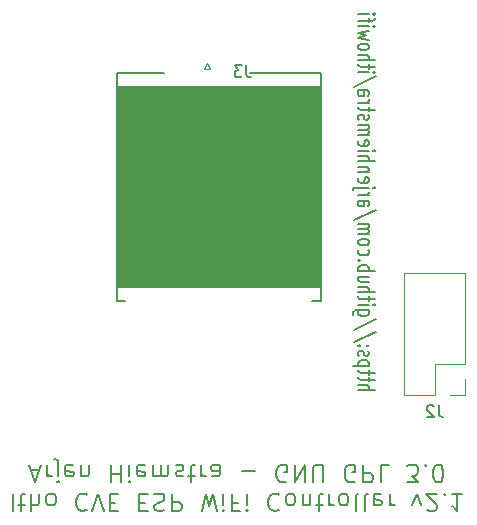
<source format=gbo>
G04 #@! TF.GenerationSoftware,KiCad,Pcbnew,(5.1.5-0-10_14)*
G04 #@! TF.CreationDate,2020-12-13T17:31:02+01:00*
G04 #@! TF.ProjectId,ithowifi,6974686f-7769-4666-992e-6b696361645f,rev?*
G04 #@! TF.SameCoordinates,Original*
G04 #@! TF.FileFunction,Legend,Bot*
G04 #@! TF.FilePolarity,Positive*
%FSLAX46Y46*%
G04 Gerber Fmt 4.6, Leading zero omitted, Abs format (unit mm)*
G04 Created by KiCad (PCBNEW (5.1.5-0-10_14)) date 2020-12-13 17:31:02*
%MOMM*%
%LPD*%
G04 APERTURE LIST*
%ADD10C,0.100000*%
%ADD11C,0.200000*%
%ADD12C,0.120000*%
%ADD13C,0.150000*%
G04 APERTURE END LIST*
D10*
G36*
X111125000Y-129997200D02*
G01*
X93878400Y-129997200D01*
X93853000Y-113030000D01*
X111125000Y-113030000D01*
X111125000Y-129997200D01*
G37*
X111125000Y-129997200D02*
X93878400Y-129997200D01*
X93853000Y-113030000D01*
X111125000Y-113030000D01*
X111125000Y-129997200D01*
D11*
X114301666Y-138762971D02*
X115701666Y-138762971D01*
X114301666Y-138334400D02*
X115035000Y-138334400D01*
X115168333Y-138382019D01*
X115235000Y-138477257D01*
X115235000Y-138620114D01*
X115168333Y-138715352D01*
X115101666Y-138762971D01*
X115235000Y-138001066D02*
X115235000Y-137620114D01*
X115701666Y-137858209D02*
X114501666Y-137858209D01*
X114368333Y-137810590D01*
X114301666Y-137715352D01*
X114301666Y-137620114D01*
X115235000Y-137429638D02*
X115235000Y-137048685D01*
X115701666Y-137286780D02*
X114501666Y-137286780D01*
X114368333Y-137239161D01*
X114301666Y-137143923D01*
X114301666Y-137048685D01*
X115235000Y-136715352D02*
X113835000Y-136715352D01*
X115168333Y-136715352D02*
X115235000Y-136620114D01*
X115235000Y-136429638D01*
X115168333Y-136334400D01*
X115101666Y-136286780D01*
X114968333Y-136239161D01*
X114568333Y-136239161D01*
X114435000Y-136286780D01*
X114368333Y-136334400D01*
X114301666Y-136429638D01*
X114301666Y-136620114D01*
X114368333Y-136715352D01*
X114368333Y-135858209D02*
X114301666Y-135762971D01*
X114301666Y-135572495D01*
X114368333Y-135477257D01*
X114501666Y-135429638D01*
X114568333Y-135429638D01*
X114701666Y-135477257D01*
X114768333Y-135572495D01*
X114768333Y-135715352D01*
X114835000Y-135810590D01*
X114968333Y-135858209D01*
X115035000Y-135858209D01*
X115168333Y-135810590D01*
X115235000Y-135715352D01*
X115235000Y-135572495D01*
X115168333Y-135477257D01*
X114435000Y-135001066D02*
X114368333Y-134953447D01*
X114301666Y-135001066D01*
X114368333Y-135048685D01*
X114435000Y-135001066D01*
X114301666Y-135001066D01*
X115168333Y-135001066D02*
X115101666Y-134953447D01*
X115035000Y-135001066D01*
X115101666Y-135048685D01*
X115168333Y-135001066D01*
X115035000Y-135001066D01*
X115768333Y-133810590D02*
X113968333Y-134667733D01*
X115768333Y-132762971D02*
X113968333Y-133620114D01*
X115235000Y-132001066D02*
X114101666Y-132001066D01*
X113968333Y-132048685D01*
X113901666Y-132096304D01*
X113835000Y-132191542D01*
X113835000Y-132334400D01*
X113901666Y-132429638D01*
X114368333Y-132001066D02*
X114301666Y-132096304D01*
X114301666Y-132286780D01*
X114368333Y-132382019D01*
X114435000Y-132429638D01*
X114568333Y-132477257D01*
X114968333Y-132477257D01*
X115101666Y-132429638D01*
X115168333Y-132382019D01*
X115235000Y-132286780D01*
X115235000Y-132096304D01*
X115168333Y-132001066D01*
X114301666Y-131524876D02*
X115235000Y-131524876D01*
X115701666Y-131524876D02*
X115635000Y-131572495D01*
X115568333Y-131524876D01*
X115635000Y-131477257D01*
X115701666Y-131524876D01*
X115568333Y-131524876D01*
X115235000Y-131191542D02*
X115235000Y-130810590D01*
X115701666Y-131048685D02*
X114501666Y-131048685D01*
X114368333Y-131001066D01*
X114301666Y-130905828D01*
X114301666Y-130810590D01*
X114301666Y-130477257D02*
X115701666Y-130477257D01*
X114301666Y-130048685D02*
X115035000Y-130048685D01*
X115168333Y-130096304D01*
X115235000Y-130191542D01*
X115235000Y-130334400D01*
X115168333Y-130429638D01*
X115101666Y-130477257D01*
X115235000Y-129143923D02*
X114301666Y-129143923D01*
X115235000Y-129572495D02*
X114501666Y-129572495D01*
X114368333Y-129524876D01*
X114301666Y-129429638D01*
X114301666Y-129286780D01*
X114368333Y-129191542D01*
X114435000Y-129143923D01*
X114301666Y-128667733D02*
X115701666Y-128667733D01*
X115168333Y-128667733D02*
X115235000Y-128572495D01*
X115235000Y-128382019D01*
X115168333Y-128286780D01*
X115101666Y-128239161D01*
X114968333Y-128191542D01*
X114568333Y-128191542D01*
X114435000Y-128239161D01*
X114368333Y-128286780D01*
X114301666Y-128382019D01*
X114301666Y-128572495D01*
X114368333Y-128667733D01*
X114435000Y-127762971D02*
X114368333Y-127715352D01*
X114301666Y-127762971D01*
X114368333Y-127810590D01*
X114435000Y-127762971D01*
X114301666Y-127762971D01*
X114368333Y-126858209D02*
X114301666Y-126953447D01*
X114301666Y-127143923D01*
X114368333Y-127239161D01*
X114435000Y-127286780D01*
X114568333Y-127334400D01*
X114968333Y-127334400D01*
X115101666Y-127286780D01*
X115168333Y-127239161D01*
X115235000Y-127143923D01*
X115235000Y-126953447D01*
X115168333Y-126858209D01*
X114301666Y-126286780D02*
X114368333Y-126382019D01*
X114435000Y-126429638D01*
X114568333Y-126477257D01*
X114968333Y-126477257D01*
X115101666Y-126429638D01*
X115168333Y-126382019D01*
X115235000Y-126286780D01*
X115235000Y-126143923D01*
X115168333Y-126048685D01*
X115101666Y-126001066D01*
X114968333Y-125953447D01*
X114568333Y-125953447D01*
X114435000Y-126001066D01*
X114368333Y-126048685D01*
X114301666Y-126143923D01*
X114301666Y-126286780D01*
X114301666Y-125524876D02*
X115235000Y-125524876D01*
X115101666Y-125524876D02*
X115168333Y-125477257D01*
X115235000Y-125382019D01*
X115235000Y-125239161D01*
X115168333Y-125143923D01*
X115035000Y-125096304D01*
X114301666Y-125096304D01*
X115035000Y-125096304D02*
X115168333Y-125048685D01*
X115235000Y-124953447D01*
X115235000Y-124810590D01*
X115168333Y-124715352D01*
X115035000Y-124667733D01*
X114301666Y-124667733D01*
X115768333Y-123477257D02*
X113968333Y-124334400D01*
X114301666Y-122715352D02*
X115035000Y-122715352D01*
X115168333Y-122762971D01*
X115235000Y-122858209D01*
X115235000Y-123048685D01*
X115168333Y-123143923D01*
X114368333Y-122715352D02*
X114301666Y-122810590D01*
X114301666Y-123048685D01*
X114368333Y-123143923D01*
X114501666Y-123191542D01*
X114635000Y-123191542D01*
X114768333Y-123143923D01*
X114835000Y-123048685D01*
X114835000Y-122810590D01*
X114901666Y-122715352D01*
X114301666Y-122239161D02*
X115235000Y-122239161D01*
X114968333Y-122239161D02*
X115101666Y-122191542D01*
X115168333Y-122143923D01*
X115235000Y-122048685D01*
X115235000Y-121953447D01*
X115235000Y-121620114D02*
X114035000Y-121620114D01*
X113901666Y-121667733D01*
X113835000Y-121762971D01*
X113835000Y-121810590D01*
X115701666Y-121620114D02*
X115635000Y-121667733D01*
X115568333Y-121620114D01*
X115635000Y-121572495D01*
X115701666Y-121620114D01*
X115568333Y-121620114D01*
X114368333Y-120762971D02*
X114301666Y-120858209D01*
X114301666Y-121048685D01*
X114368333Y-121143923D01*
X114501666Y-121191542D01*
X115035000Y-121191542D01*
X115168333Y-121143923D01*
X115235000Y-121048685D01*
X115235000Y-120858209D01*
X115168333Y-120762971D01*
X115035000Y-120715352D01*
X114901666Y-120715352D01*
X114768333Y-121191542D01*
X115235000Y-120286780D02*
X114301666Y-120286780D01*
X115101666Y-120286780D02*
X115168333Y-120239161D01*
X115235000Y-120143923D01*
X115235000Y-120001066D01*
X115168333Y-119905828D01*
X115035000Y-119858209D01*
X114301666Y-119858209D01*
X114301666Y-119382019D02*
X115701666Y-119382019D01*
X114301666Y-118953447D02*
X115035000Y-118953447D01*
X115168333Y-119001066D01*
X115235000Y-119096304D01*
X115235000Y-119239161D01*
X115168333Y-119334400D01*
X115101666Y-119382019D01*
X114301666Y-118477257D02*
X115235000Y-118477257D01*
X115701666Y-118477257D02*
X115635000Y-118524876D01*
X115568333Y-118477257D01*
X115635000Y-118429638D01*
X115701666Y-118477257D01*
X115568333Y-118477257D01*
X114368333Y-117620114D02*
X114301666Y-117715352D01*
X114301666Y-117905828D01*
X114368333Y-118001066D01*
X114501666Y-118048685D01*
X115035000Y-118048685D01*
X115168333Y-118001066D01*
X115235000Y-117905828D01*
X115235000Y-117715352D01*
X115168333Y-117620114D01*
X115035000Y-117572495D01*
X114901666Y-117572495D01*
X114768333Y-118048685D01*
X114301666Y-117143923D02*
X115235000Y-117143923D01*
X115101666Y-117143923D02*
X115168333Y-117096304D01*
X115235000Y-117001066D01*
X115235000Y-116858209D01*
X115168333Y-116762971D01*
X115035000Y-116715352D01*
X114301666Y-116715352D01*
X115035000Y-116715352D02*
X115168333Y-116667733D01*
X115235000Y-116572495D01*
X115235000Y-116429638D01*
X115168333Y-116334400D01*
X115035000Y-116286780D01*
X114301666Y-116286780D01*
X114368333Y-115858209D02*
X114301666Y-115762971D01*
X114301666Y-115572495D01*
X114368333Y-115477257D01*
X114501666Y-115429638D01*
X114568333Y-115429638D01*
X114701666Y-115477257D01*
X114768333Y-115572495D01*
X114768333Y-115715352D01*
X114835000Y-115810590D01*
X114968333Y-115858209D01*
X115035000Y-115858209D01*
X115168333Y-115810590D01*
X115235000Y-115715352D01*
X115235000Y-115572495D01*
X115168333Y-115477257D01*
X115235000Y-115143923D02*
X115235000Y-114762971D01*
X115701666Y-115001066D02*
X114501666Y-115001066D01*
X114368333Y-114953447D01*
X114301666Y-114858209D01*
X114301666Y-114762971D01*
X114301666Y-114429638D02*
X115235000Y-114429638D01*
X114968333Y-114429638D02*
X115101666Y-114382019D01*
X115168333Y-114334400D01*
X115235000Y-114239161D01*
X115235000Y-114143923D01*
X114301666Y-113382019D02*
X115035000Y-113382019D01*
X115168333Y-113429638D01*
X115235000Y-113524876D01*
X115235000Y-113715352D01*
X115168333Y-113810590D01*
X114368333Y-113382019D02*
X114301666Y-113477257D01*
X114301666Y-113715352D01*
X114368333Y-113810590D01*
X114501666Y-113858209D01*
X114635000Y-113858209D01*
X114768333Y-113810590D01*
X114835000Y-113715352D01*
X114835000Y-113477257D01*
X114901666Y-113382019D01*
X115768333Y-112191542D02*
X113968333Y-113048685D01*
X114301666Y-111858209D02*
X115235000Y-111858209D01*
X115701666Y-111858209D02*
X115635000Y-111905828D01*
X115568333Y-111858209D01*
X115635000Y-111810590D01*
X115701666Y-111858209D01*
X115568333Y-111858209D01*
X115235000Y-111524876D02*
X115235000Y-111143923D01*
X115701666Y-111382019D02*
X114501666Y-111382019D01*
X114368333Y-111334400D01*
X114301666Y-111239161D01*
X114301666Y-111143923D01*
X114301666Y-110810590D02*
X115701666Y-110810590D01*
X114301666Y-110382019D02*
X115035000Y-110382019D01*
X115168333Y-110429638D01*
X115235000Y-110524876D01*
X115235000Y-110667733D01*
X115168333Y-110762971D01*
X115101666Y-110810590D01*
X114301666Y-109762971D02*
X114368333Y-109858209D01*
X114435000Y-109905828D01*
X114568333Y-109953447D01*
X114968333Y-109953447D01*
X115101666Y-109905828D01*
X115168333Y-109858209D01*
X115235000Y-109762971D01*
X115235000Y-109620114D01*
X115168333Y-109524876D01*
X115101666Y-109477257D01*
X114968333Y-109429638D01*
X114568333Y-109429638D01*
X114435000Y-109477257D01*
X114368333Y-109524876D01*
X114301666Y-109620114D01*
X114301666Y-109762971D01*
X115235000Y-109096304D02*
X114301666Y-108905828D01*
X114968333Y-108715352D01*
X114301666Y-108524876D01*
X115235000Y-108334400D01*
X114301666Y-107953447D02*
X115235000Y-107953447D01*
X115701666Y-107953447D02*
X115635000Y-108001066D01*
X115568333Y-107953447D01*
X115635000Y-107905828D01*
X115701666Y-107953447D01*
X115568333Y-107953447D01*
X115235000Y-107620114D02*
X115235000Y-107239161D01*
X114301666Y-107477257D02*
X115501666Y-107477257D01*
X115635000Y-107429638D01*
X115701666Y-107334400D01*
X115701666Y-107239161D01*
X114301666Y-106905828D02*
X115235000Y-106905828D01*
X115701666Y-106905828D02*
X115635000Y-106953447D01*
X115568333Y-106905828D01*
X115635000Y-106858209D01*
X115701666Y-106905828D01*
X115568333Y-106905828D01*
X85038400Y-147510828D02*
X85038400Y-149010828D01*
X85538400Y-148510828D02*
X86109828Y-148510828D01*
X85752685Y-149010828D02*
X85752685Y-147725114D01*
X85824114Y-147582257D01*
X85966971Y-147510828D01*
X86109828Y-147510828D01*
X86609828Y-147510828D02*
X86609828Y-149010828D01*
X87252685Y-147510828D02*
X87252685Y-148296542D01*
X87181257Y-148439400D01*
X87038400Y-148510828D01*
X86824114Y-148510828D01*
X86681257Y-148439400D01*
X86609828Y-148367971D01*
X88181257Y-147510828D02*
X88038400Y-147582257D01*
X87966971Y-147653685D01*
X87895542Y-147796542D01*
X87895542Y-148225114D01*
X87966971Y-148367971D01*
X88038400Y-148439400D01*
X88181257Y-148510828D01*
X88395542Y-148510828D01*
X88538400Y-148439400D01*
X88609828Y-148367971D01*
X88681257Y-148225114D01*
X88681257Y-147796542D01*
X88609828Y-147653685D01*
X88538400Y-147582257D01*
X88395542Y-147510828D01*
X88181257Y-147510828D01*
X91324114Y-147653685D02*
X91252685Y-147582257D01*
X91038400Y-147510828D01*
X90895542Y-147510828D01*
X90681257Y-147582257D01*
X90538400Y-147725114D01*
X90466971Y-147867971D01*
X90395542Y-148153685D01*
X90395542Y-148367971D01*
X90466971Y-148653685D01*
X90538400Y-148796542D01*
X90681257Y-148939400D01*
X90895542Y-149010828D01*
X91038400Y-149010828D01*
X91252685Y-148939400D01*
X91324114Y-148867971D01*
X91752685Y-149010828D02*
X92252685Y-147510828D01*
X92752685Y-149010828D01*
X93252685Y-148296542D02*
X93752685Y-148296542D01*
X93966971Y-147510828D02*
X93252685Y-147510828D01*
X93252685Y-149010828D01*
X93966971Y-149010828D01*
X95752685Y-148296542D02*
X96252685Y-148296542D01*
X96466971Y-147510828D02*
X95752685Y-147510828D01*
X95752685Y-149010828D01*
X96466971Y-149010828D01*
X97038400Y-147582257D02*
X97252685Y-147510828D01*
X97609828Y-147510828D01*
X97752685Y-147582257D01*
X97824114Y-147653685D01*
X97895542Y-147796542D01*
X97895542Y-147939400D01*
X97824114Y-148082257D01*
X97752685Y-148153685D01*
X97609828Y-148225114D01*
X97324114Y-148296542D01*
X97181257Y-148367971D01*
X97109828Y-148439400D01*
X97038400Y-148582257D01*
X97038400Y-148725114D01*
X97109828Y-148867971D01*
X97181257Y-148939400D01*
X97324114Y-149010828D01*
X97681257Y-149010828D01*
X97895542Y-148939400D01*
X98538400Y-147510828D02*
X98538400Y-149010828D01*
X99109828Y-149010828D01*
X99252685Y-148939400D01*
X99324114Y-148867971D01*
X99395542Y-148725114D01*
X99395542Y-148510828D01*
X99324114Y-148367971D01*
X99252685Y-148296542D01*
X99109828Y-148225114D01*
X98538400Y-148225114D01*
X101038400Y-149010828D02*
X101395542Y-147510828D01*
X101681257Y-148582257D01*
X101966971Y-147510828D01*
X102324114Y-149010828D01*
X102895542Y-147510828D02*
X102895542Y-148510828D01*
X102895542Y-149010828D02*
X102824114Y-148939400D01*
X102895542Y-148867971D01*
X102966971Y-148939400D01*
X102895542Y-149010828D01*
X102895542Y-148867971D01*
X104109828Y-148296542D02*
X103609828Y-148296542D01*
X103609828Y-147510828D02*
X103609828Y-149010828D01*
X104324114Y-149010828D01*
X104895542Y-147510828D02*
X104895542Y-148510828D01*
X104895542Y-149010828D02*
X104824114Y-148939400D01*
X104895542Y-148867971D01*
X104966971Y-148939400D01*
X104895542Y-149010828D01*
X104895542Y-148867971D01*
X107609828Y-147653685D02*
X107538400Y-147582257D01*
X107324114Y-147510828D01*
X107181257Y-147510828D01*
X106966971Y-147582257D01*
X106824114Y-147725114D01*
X106752685Y-147867971D01*
X106681257Y-148153685D01*
X106681257Y-148367971D01*
X106752685Y-148653685D01*
X106824114Y-148796542D01*
X106966971Y-148939400D01*
X107181257Y-149010828D01*
X107324114Y-149010828D01*
X107538400Y-148939400D01*
X107609828Y-148867971D01*
X108466971Y-147510828D02*
X108324114Y-147582257D01*
X108252685Y-147653685D01*
X108181257Y-147796542D01*
X108181257Y-148225114D01*
X108252685Y-148367971D01*
X108324114Y-148439400D01*
X108466971Y-148510828D01*
X108681257Y-148510828D01*
X108824114Y-148439400D01*
X108895542Y-148367971D01*
X108966971Y-148225114D01*
X108966971Y-147796542D01*
X108895542Y-147653685D01*
X108824114Y-147582257D01*
X108681257Y-147510828D01*
X108466971Y-147510828D01*
X109609828Y-148510828D02*
X109609828Y-147510828D01*
X109609828Y-148367971D02*
X109681257Y-148439400D01*
X109824114Y-148510828D01*
X110038400Y-148510828D01*
X110181257Y-148439400D01*
X110252685Y-148296542D01*
X110252685Y-147510828D01*
X110752685Y-148510828D02*
X111324114Y-148510828D01*
X110966971Y-149010828D02*
X110966971Y-147725114D01*
X111038400Y-147582257D01*
X111181257Y-147510828D01*
X111324114Y-147510828D01*
X111824114Y-147510828D02*
X111824114Y-148510828D01*
X111824114Y-148225114D02*
X111895542Y-148367971D01*
X111966971Y-148439400D01*
X112109828Y-148510828D01*
X112252685Y-148510828D01*
X112966971Y-147510828D02*
X112824114Y-147582257D01*
X112752685Y-147653685D01*
X112681257Y-147796542D01*
X112681257Y-148225114D01*
X112752685Y-148367971D01*
X112824114Y-148439400D01*
X112966971Y-148510828D01*
X113181257Y-148510828D01*
X113324114Y-148439400D01*
X113395542Y-148367971D01*
X113466971Y-148225114D01*
X113466971Y-147796542D01*
X113395542Y-147653685D01*
X113324114Y-147582257D01*
X113181257Y-147510828D01*
X112966971Y-147510828D01*
X114324114Y-147510828D02*
X114181257Y-147582257D01*
X114109828Y-147725114D01*
X114109828Y-149010828D01*
X115109828Y-147510828D02*
X114966971Y-147582257D01*
X114895542Y-147725114D01*
X114895542Y-149010828D01*
X116252685Y-147582257D02*
X116109828Y-147510828D01*
X115824114Y-147510828D01*
X115681257Y-147582257D01*
X115609828Y-147725114D01*
X115609828Y-148296542D01*
X115681257Y-148439400D01*
X115824114Y-148510828D01*
X116109828Y-148510828D01*
X116252685Y-148439400D01*
X116324114Y-148296542D01*
X116324114Y-148153685D01*
X115609828Y-148010828D01*
X116966971Y-147510828D02*
X116966971Y-148510828D01*
X116966971Y-148225114D02*
X117038400Y-148367971D01*
X117109828Y-148439400D01*
X117252685Y-148510828D01*
X117395542Y-148510828D01*
X118895542Y-148510828D02*
X119252685Y-147510828D01*
X119609828Y-148510828D01*
X120109828Y-148867971D02*
X120181257Y-148939400D01*
X120324114Y-149010828D01*
X120681257Y-149010828D01*
X120824114Y-148939400D01*
X120895542Y-148867971D01*
X120966971Y-148725114D01*
X120966971Y-148582257D01*
X120895542Y-148367971D01*
X120038400Y-147510828D01*
X120966971Y-147510828D01*
X121609828Y-147653685D02*
X121681257Y-147582257D01*
X121609828Y-147510828D01*
X121538400Y-147582257D01*
X121609828Y-147653685D01*
X121609828Y-147510828D01*
X123109828Y-147510828D02*
X122252685Y-147510828D01*
X122681257Y-147510828D02*
X122681257Y-149010828D01*
X122538400Y-148796542D01*
X122395542Y-148653685D01*
X122252685Y-148582257D01*
X86574114Y-145489400D02*
X87288400Y-145489400D01*
X86431257Y-145060828D02*
X86931257Y-146560828D01*
X87431257Y-145060828D01*
X87931257Y-145060828D02*
X87931257Y-146060828D01*
X87931257Y-145775114D02*
X88002685Y-145917971D01*
X88074114Y-145989400D01*
X88216971Y-146060828D01*
X88359828Y-146060828D01*
X88859828Y-146060828D02*
X88859828Y-144775114D01*
X88788400Y-144632257D01*
X88645542Y-144560828D01*
X88574114Y-144560828D01*
X88859828Y-146560828D02*
X88788400Y-146489400D01*
X88859828Y-146417971D01*
X88931257Y-146489400D01*
X88859828Y-146560828D01*
X88859828Y-146417971D01*
X90145542Y-145132257D02*
X90002685Y-145060828D01*
X89716971Y-145060828D01*
X89574114Y-145132257D01*
X89502685Y-145275114D01*
X89502685Y-145846542D01*
X89574114Y-145989400D01*
X89716971Y-146060828D01*
X90002685Y-146060828D01*
X90145542Y-145989400D01*
X90216971Y-145846542D01*
X90216971Y-145703685D01*
X89502685Y-145560828D01*
X90859828Y-146060828D02*
X90859828Y-145060828D01*
X90859828Y-145917971D02*
X90931257Y-145989400D01*
X91074114Y-146060828D01*
X91288400Y-146060828D01*
X91431257Y-145989400D01*
X91502685Y-145846542D01*
X91502685Y-145060828D01*
X93359828Y-145060828D02*
X93359828Y-146560828D01*
X93359828Y-145846542D02*
X94216971Y-145846542D01*
X94216971Y-145060828D02*
X94216971Y-146560828D01*
X94931257Y-145060828D02*
X94931257Y-146060828D01*
X94931257Y-146560828D02*
X94859828Y-146489400D01*
X94931257Y-146417971D01*
X95002685Y-146489400D01*
X94931257Y-146560828D01*
X94931257Y-146417971D01*
X96216971Y-145132257D02*
X96074114Y-145060828D01*
X95788400Y-145060828D01*
X95645542Y-145132257D01*
X95574114Y-145275114D01*
X95574114Y-145846542D01*
X95645542Y-145989400D01*
X95788400Y-146060828D01*
X96074114Y-146060828D01*
X96216971Y-145989400D01*
X96288400Y-145846542D01*
X96288400Y-145703685D01*
X95574114Y-145560828D01*
X96931257Y-145060828D02*
X96931257Y-146060828D01*
X96931257Y-145917971D02*
X97002685Y-145989400D01*
X97145542Y-146060828D01*
X97359828Y-146060828D01*
X97502685Y-145989400D01*
X97574114Y-145846542D01*
X97574114Y-145060828D01*
X97574114Y-145846542D02*
X97645542Y-145989400D01*
X97788400Y-146060828D01*
X98002685Y-146060828D01*
X98145542Y-145989400D01*
X98216971Y-145846542D01*
X98216971Y-145060828D01*
X98859828Y-145132257D02*
X99002685Y-145060828D01*
X99288400Y-145060828D01*
X99431257Y-145132257D01*
X99502685Y-145275114D01*
X99502685Y-145346542D01*
X99431257Y-145489400D01*
X99288400Y-145560828D01*
X99074114Y-145560828D01*
X98931257Y-145632257D01*
X98859828Y-145775114D01*
X98859828Y-145846542D01*
X98931257Y-145989400D01*
X99074114Y-146060828D01*
X99288400Y-146060828D01*
X99431257Y-145989400D01*
X99931257Y-146060828D02*
X100502685Y-146060828D01*
X100145542Y-146560828D02*
X100145542Y-145275114D01*
X100216971Y-145132257D01*
X100359828Y-145060828D01*
X100502685Y-145060828D01*
X101002685Y-145060828D02*
X101002685Y-146060828D01*
X101002685Y-145775114D02*
X101074114Y-145917971D01*
X101145542Y-145989400D01*
X101288400Y-146060828D01*
X101431257Y-146060828D01*
X102574114Y-145060828D02*
X102574114Y-145846542D01*
X102502685Y-145989400D01*
X102359828Y-146060828D01*
X102074114Y-146060828D01*
X101931257Y-145989400D01*
X102574114Y-145132257D02*
X102431257Y-145060828D01*
X102074114Y-145060828D01*
X101931257Y-145132257D01*
X101859828Y-145275114D01*
X101859828Y-145417971D01*
X101931257Y-145560828D01*
X102074114Y-145632257D01*
X102431257Y-145632257D01*
X102574114Y-145703685D01*
X104431257Y-145632257D02*
X105574114Y-145632257D01*
X108216971Y-146489400D02*
X108074114Y-146560828D01*
X107859828Y-146560828D01*
X107645542Y-146489400D01*
X107502685Y-146346542D01*
X107431257Y-146203685D01*
X107359828Y-145917971D01*
X107359828Y-145703685D01*
X107431257Y-145417971D01*
X107502685Y-145275114D01*
X107645542Y-145132257D01*
X107859828Y-145060828D01*
X108002685Y-145060828D01*
X108216971Y-145132257D01*
X108288400Y-145203685D01*
X108288400Y-145703685D01*
X108002685Y-145703685D01*
X108931257Y-145060828D02*
X108931257Y-146560828D01*
X109788400Y-145060828D01*
X109788400Y-146560828D01*
X110502685Y-146560828D02*
X110502685Y-145346542D01*
X110574114Y-145203685D01*
X110645542Y-145132257D01*
X110788400Y-145060828D01*
X111074114Y-145060828D01*
X111216971Y-145132257D01*
X111288400Y-145203685D01*
X111359828Y-145346542D01*
X111359828Y-146560828D01*
X114002685Y-146489400D02*
X113859828Y-146560828D01*
X113645542Y-146560828D01*
X113431257Y-146489400D01*
X113288400Y-146346542D01*
X113216971Y-146203685D01*
X113145542Y-145917971D01*
X113145542Y-145703685D01*
X113216971Y-145417971D01*
X113288400Y-145275114D01*
X113431257Y-145132257D01*
X113645542Y-145060828D01*
X113788400Y-145060828D01*
X114002685Y-145132257D01*
X114074114Y-145203685D01*
X114074114Y-145703685D01*
X113788400Y-145703685D01*
X114716971Y-145060828D02*
X114716971Y-146560828D01*
X115288400Y-146560828D01*
X115431257Y-146489400D01*
X115502685Y-146417971D01*
X115574114Y-146275114D01*
X115574114Y-146060828D01*
X115502685Y-145917971D01*
X115431257Y-145846542D01*
X115288400Y-145775114D01*
X114716971Y-145775114D01*
X116931257Y-145060828D02*
X116216971Y-145060828D01*
X116216971Y-146560828D01*
X118431257Y-146560828D02*
X119359828Y-146560828D01*
X118859828Y-145989400D01*
X119074114Y-145989400D01*
X119216971Y-145917971D01*
X119288400Y-145846542D01*
X119359828Y-145703685D01*
X119359828Y-145346542D01*
X119288400Y-145203685D01*
X119216971Y-145132257D01*
X119074114Y-145060828D01*
X118645542Y-145060828D01*
X118502685Y-145132257D01*
X118431257Y-145203685D01*
X120002685Y-145203685D02*
X120074114Y-145132257D01*
X120002685Y-145060828D01*
X119931257Y-145132257D01*
X120002685Y-145203685D01*
X120002685Y-145060828D01*
X121002685Y-146560828D02*
X121145542Y-146560828D01*
X121288400Y-146489400D01*
X121359828Y-146417971D01*
X121431257Y-146275114D01*
X121502685Y-145989400D01*
X121502685Y-145632257D01*
X121431257Y-145346542D01*
X121359828Y-145203685D01*
X121288400Y-145132257D01*
X121145542Y-145060828D01*
X121002685Y-145060828D01*
X120859828Y-145132257D01*
X120788400Y-145203685D01*
X120716971Y-145346542D01*
X120645542Y-145632257D01*
X120645542Y-145989400D01*
X120716971Y-146275114D01*
X120788400Y-146417971D01*
X120859828Y-146489400D01*
X121002685Y-146560828D01*
D12*
X101248400Y-111558400D02*
X101498400Y-111058400D01*
X101748400Y-111558400D02*
X101248400Y-111558400D01*
X101498400Y-111058400D02*
X101748400Y-111558400D01*
D13*
X111139000Y-131189000D02*
X111139000Y-111889000D01*
X111139000Y-111889000D02*
X105114000Y-111889000D01*
X97864000Y-111889000D02*
X93839000Y-111889000D01*
X93839000Y-111889000D02*
X93839000Y-131189000D01*
X93839000Y-131189000D02*
X94589000Y-131189000D01*
X110389000Y-131189000D02*
X111139000Y-131189000D01*
D12*
X118177000Y-139125000D02*
X120777000Y-139125000D01*
X118177000Y-139125000D02*
X118177000Y-128845000D01*
X118177000Y-128845000D02*
X123377000Y-128845000D01*
X123377000Y-136525000D02*
X123377000Y-128845000D01*
X120777000Y-136525000D02*
X123377000Y-136525000D01*
X120777000Y-139125000D02*
X120777000Y-136525000D01*
X123377000Y-139125000D02*
X123377000Y-137795000D01*
X122047000Y-139125000D02*
X123377000Y-139125000D01*
D13*
X104831733Y-111260780D02*
X104831733Y-111975066D01*
X104879352Y-112117923D01*
X104974590Y-112213161D01*
X105117447Y-112260780D01*
X105212685Y-112260780D01*
X104450780Y-111260780D02*
X103831733Y-111260780D01*
X104165066Y-111641733D01*
X104022209Y-111641733D01*
X103926971Y-111689352D01*
X103879352Y-111736971D01*
X103831733Y-111832209D01*
X103831733Y-112070304D01*
X103879352Y-112165542D01*
X103926971Y-112213161D01*
X104022209Y-112260780D01*
X104307923Y-112260780D01*
X104403161Y-112213161D01*
X104450780Y-112165542D01*
X101941380Y-120777095D02*
X102750904Y-120777095D01*
X102846142Y-120824714D01*
X102893761Y-120872333D01*
X102941380Y-120967571D01*
X102941380Y-121158047D01*
X102893761Y-121253285D01*
X102846142Y-121300904D01*
X102750904Y-121348523D01*
X101941380Y-121348523D01*
X102036619Y-121777095D02*
X101989000Y-121824714D01*
X101941380Y-121919952D01*
X101941380Y-122158047D01*
X101989000Y-122253285D01*
X102036619Y-122300904D01*
X102131857Y-122348523D01*
X102227095Y-122348523D01*
X102369952Y-122300904D01*
X102941380Y-121729476D01*
X102941380Y-122348523D01*
X121110333Y-140017380D02*
X121110333Y-140731666D01*
X121157952Y-140874523D01*
X121253190Y-140969761D01*
X121396047Y-141017380D01*
X121491285Y-141017380D01*
X120681761Y-140112619D02*
X120634142Y-140065000D01*
X120538904Y-140017380D01*
X120300809Y-140017380D01*
X120205571Y-140065000D01*
X120157952Y-140112619D01*
X120110333Y-140207857D01*
X120110333Y-140303095D01*
X120157952Y-140445952D01*
X120729380Y-141017380D01*
X120110333Y-141017380D01*
M02*

</source>
